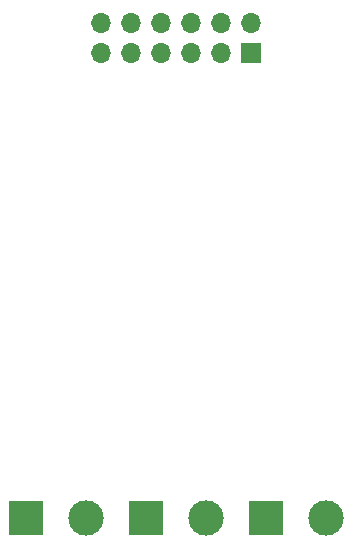
<source format=gbs>
G04 #@! TF.GenerationSoftware,KiCad,Pcbnew,7.0.9-7.0.9~ubuntu20.04.1*
G04 #@! TF.CreationDate,2024-01-18T00:40:07+01:00*
G04 #@! TF.ProjectId,kicad-pmod_bldc,6b696361-642d-4706-9d6f-645f626c6463,1.0*
G04 #@! TF.SameCoordinates,Original*
G04 #@! TF.FileFunction,Soldermask,Bot*
G04 #@! TF.FilePolarity,Negative*
%FSLAX46Y46*%
G04 Gerber Fmt 4.6, Leading zero omitted, Abs format (unit mm)*
G04 Created by KiCad (PCBNEW 7.0.9-7.0.9~ubuntu20.04.1) date 2024-01-18 00:40:07*
%MOMM*%
%LPD*%
G01*
G04 APERTURE LIST*
%ADD10R,1.700000X1.700000*%
%ADD11O,1.700000X1.700000*%
%ADD12R,3.000000X3.000000*%
%ADD13C,3.000000*%
G04 APERTURE END LIST*
D10*
X120650000Y-57150000D03*
D11*
X120650000Y-54610000D03*
X118110000Y-57150000D03*
X118110000Y-54610000D03*
X115570000Y-57150000D03*
X115570000Y-54610000D03*
X113030000Y-57150000D03*
X113030000Y-54610000D03*
X110490000Y-57150000D03*
X110490000Y-54610000D03*
X107950000Y-57150000D03*
X107950000Y-54610000D03*
D12*
X121920000Y-96520000D03*
D13*
X127000000Y-96520000D03*
D12*
X101600000Y-96520000D03*
D13*
X106680000Y-96520000D03*
D12*
X111760000Y-96520000D03*
D13*
X116840000Y-96520000D03*
M02*

</source>
